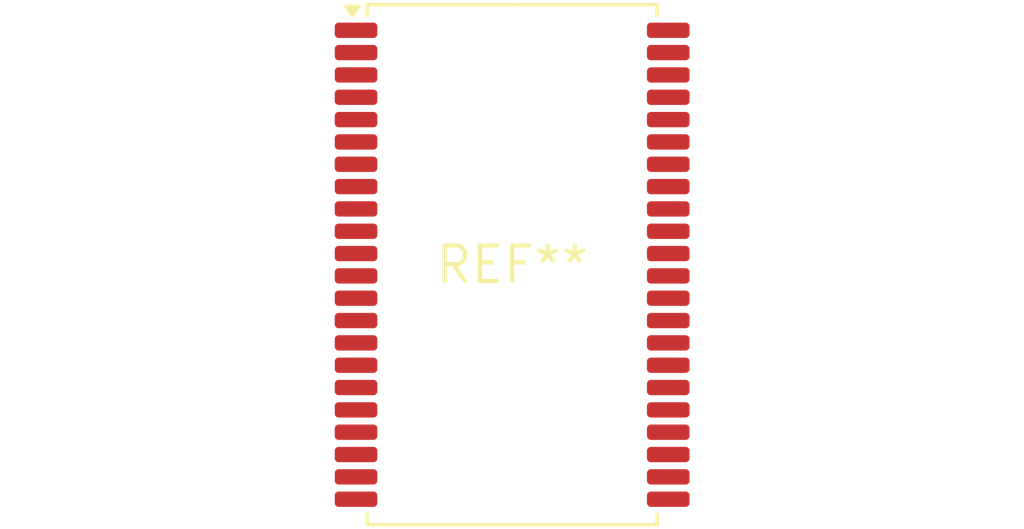
<source format=kicad_pcb>
(kicad_pcb (version 20240108) (generator pcbnew)
  (layers (0 "F.Cu" signal) (31 "B.Cu" signal) (34 "B.Paste" user) (35 "F.Paste" user) (36 "B.SilkS" user "B.Silkscreen") (37 "F.SilkS" user "F.Silkscreen") (38 "B.Mask" user) (39 "F.Mask" user) (44 "Edge.Cuts" user))
  (net 0 "")
  (footprint "TSOP-II-44_10.16x18.41mm_P0.8mm" (layer "F.Cu") (at 0 0)
    (property "Reference" "REF**")
    (property "Value" "TSOP-II-44_10.16x18.41mm_P0.8mm")
    (fp_line (start -5.19 -9.315) (end -5.19 -8.935) (layer "F.SilkS") (stroke (width 0.12)))
    (fp_line (start -5.19 9.315) (end -5.19 8.935) (layer "F.SilkS") (stroke (width 0.12)))
    (fp_line (start 0 -9.315) (end -5.19 -9.315) (layer "F.SilkS") (stroke (width 0.12)))
    (fp_line (start 0 -9.315) (end 5.19 -9.315) (layer "F.SilkS") (stroke (width 0.12)))
    (fp_line (start 0 9.315) (end -5.19 9.315) (layer "F.SilkS") (stroke (width 0.12)))
    (fp_line (start 0 9.315) (end 5.19 9.315) (layer "F.SilkS") (stroke (width 0.12)))
    (fp_line (start 5.19 -9.315) (end 5.19 -8.935) (layer "F.SilkS") (stroke (width 0.12)))
    (fp_line (start 5.19 9.315) (end 5.19 8.935) (layer "F.SilkS") (stroke (width 0.12)))
    (fp_poly (pts (xy -5.715 -8.935) (xy -5.955 -9.265) (xy -5.475 -9.265) (xy -5.715 -8.935)) (layer "F.SilkS") (stroke (width 0.12)) (fill solid))
    (pad "1" smd roundrect (at -5.5875 -8.4) (size 1.525 0.55) (layers "F.Cu" "F.Paste" "F.Mask"))
    (pad "2" smd roundrect (at -5.5875 -7.6) (size 1.525 0.55) (layers "F.Cu" "F.Paste" "F.Mask"))
    (pad "3" smd roundrect (at -5.5875 -6.8) (size 1.525 0.55) (layers "F.Cu" "F.Paste" "F.Mask"))
    (pad "4" smd roundrect (at -5.5875 -6) (size 1.525 0.55) (layers "F.Cu" "F.Paste" "F.Mask"))
    (pad "5" smd roundrect (at -5.5875 -5.2) (size 1.525 0.55) (layers "F.Cu" "F.Paste" "F.Mask"))
    (pad "6" smd roundrect (at -5.5875 -4.4) (size 1.525 0.55) (layers "F.Cu" "F.Paste" "F.Mask"))
    (pad "7" smd roundrect (at -5.5875 -3.6) (size 1.525 0.55) (layers "F.Cu" "F.Paste" "F.Mask"))
    (pad "8" smd roundrect (at -5.5875 -2.8) (size 1.525 0.55) (layers "F.Cu" "F.Paste" "F.Mask"))
    (pad "9" smd roundrect (at -5.5875 -2) (size 1.525 0.55) (layers "F.Cu" "F.Paste" "F.Mask"))
    (pad "10" smd roundrect (at -5.5875 -1.2) (size 1.525 0.55) (layers "F.Cu" "F.Paste" "F.Mask"))
    (pad "11" smd roundrect (at -5.5875 -0.4) (size 1.525 0.55) (layers "F.Cu" "F.Paste" "F.Mask"))
    (pad "12" smd roundrect (at -5.5875 0.4) (size 1.525 0.55) (layers "F.Cu" "F.Paste" "F.Mask"))
    (pad "13" smd roundrect (at -5.5875 1.2) (size 1.525 0.55) (layers "F.Cu" "F.Paste" "F.Mask"))
    (pad "14" smd roundrect (at -5.5875 2) (size 1.525 0.55) (layers "F.Cu" "F.Paste" "F.Mask"))
    (pad "15" smd roundrect (at -5.5875 2.8) (size 1.525 0.55) (layers "F.Cu" "F.Paste" "F.Mask"))
    (pad "16" smd roundrect (at -5.5875 3.6) (size 1.525 0.55) (layers "F.Cu" "F.Paste" "F.Mask"))
    (pad "17" smd roundrect (at -5.5875 4.4) (size 1.525 0.55) (layers "F.Cu" "F.Paste" "F.Mask"))
    (pad "18" smd roundrect (at -5.5875 5.2) (size 1.525 0.55) (layers "F.Cu" "F.Paste" "F.Mask"))
    (pad "19" smd roundrect (at -5.5875 6) (size 1.525 0.55) (layers "F.Cu" "F.Paste" "F.Mask"))
    (pad "20" smd roundrect (at -5.5875 6.8) (size 1.525 0.55) (layers "F.Cu" "F.Paste" "F.Mask"))
    (pad "21" smd roundrect (at -5.5875 7.6) (size 1.525 0.55) (layers "F.Cu" "F.Paste" "F.Mask"))
    (pad "22" smd roundrect (at -5.5875 8.4) (size 1.525 0.55) (layers "F.Cu" "F.Paste" "F.Mask"))
    (pad "23" smd roundrect (at 5.5875 8.4) (size 1.525 0.55) (layers "F.Cu" "F.Paste" "F.Mask"))
    (pad "24" smd roundrect (at 5.5875 7.6) (size 1.525 0.55) (layers "F.Cu" "F.Paste" "F.Mask"))
    (pad "25" smd roundrect (at 5.5875 6.8) (size 1.525 0.55) (layers "F.Cu" "F.Paste" "F.Mask"))
    (pad "26" smd roundrect (at 5.5875 6) (size 1.525 0.55) (layers "F.Cu" "F.Paste" "F.Mask"))
    (pad "27" smd roundrect (at 5.5875 5.2) (size 1.525 0.55) (layers "F.Cu" "F.Paste" "F.Mask"))
    (pad "28" smd roundrect (at 5.5875 4.4) (size 1.525 0.55) (layers "F.Cu" "F.Paste" "F.Mask"))
    (pad "29" smd roundrect (at 5.5875 3.6) (size 1.525 0.55) (layers "F.Cu" "F.Paste" "F.Mask"))
    (pad "30" smd roundrect (at 5.5875 2.8) (size 1.525 0.55) (layers "F.Cu" "F.Paste" "F.Mask"))
    (pad "31" smd roundrect (at 5.5875 2) (size 1.525 0.55) (layers "F.Cu" "F.Paste" "F.Mask"))
    (pad "32" smd roundrect (at 5.5875 1.2) (size 1.525 0.55) (layers "F.Cu" "F.Paste" "F.Mask"))
    (pad "33" smd roundrect (at 5.5875 0.4) (size 1.525 0.55) (layers "F.Cu" "F.Paste" "F.Mask"))
    (pad "34" smd roundrect (at 5.5875 -0.4) (size 1.525 0.55) (layers "F.Cu" "F.Paste" "F.Mask"))
    (pad "35" smd roundrect (at 5.5875 -1.2) (size 1.525 0.55) (layers "F.Cu" "F.Paste" "F.Mask"))
    (pad "36" smd roundrect (at 5.5875 -2) (size 1.525 0.55) (layers "F.Cu" "F.Paste" "F.Mask"))
    (pad "37" smd roundrect (at 5.5875 -2.8) (size 1.525 0.55) (layers "F.Cu" "F.Paste" "F.Mask"))
    (pad "38" smd roundrect (at 5.5875 -3.6) (size 1.525 0.55) (layers "F.Cu" "F.Paste" "F.Mask"))
    (pad "39" smd roundrect (at 5.5875 -4.4) (size 1.525 0.55) (layers "F.Cu" "F.Paste" "F.Mask"))
    (pad "40" smd roundrect (at 5.5875 -5.2) (size 1.525 0.55) (layers "F.Cu" "F.Paste" "F.Mask"))
    (pad "41" smd roundrect (at 5.5875 -6) (size 1.525 0.55) (layers "F.Cu" "F.Paste" "F.Mask"))
    (pad "42" smd roundrect (at 5.5875 -6.8) (size 1.525 0.55) (layers "F.Cu" "F.Paste" "F.Mask"))
    (pad "43" smd roundrect (at 5.5875 -7.6) (size 1.525 0.55) (layers "F.Cu" "F.Paste" "F.Mask"))
    (pad "44" smd roundrect (at 5.5875 -8.4) (size 1.525 0.55) (layers "F.Cu" "F.Paste" "F.Mask"))
  )
)
</source>
